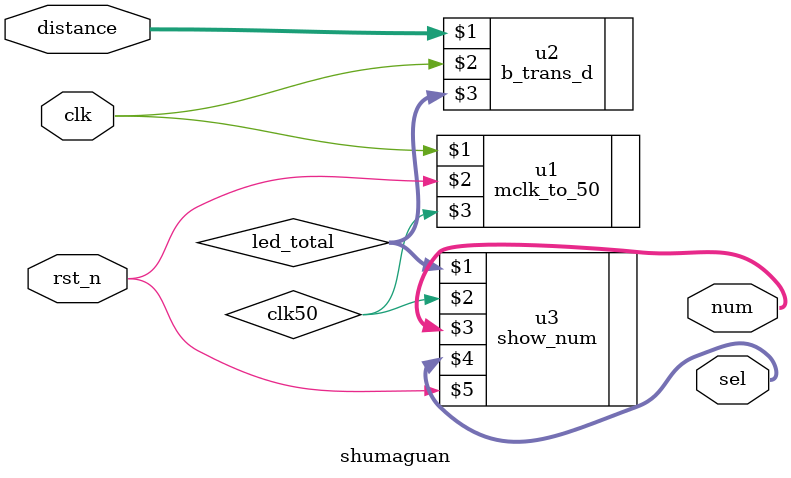
<source format=v>
module shumaguan(clk,distance,num,sel,rst_n);
input clk,rst_n;
input[13:0]distance;
output [6:0]num;
output [3:0]sel;
wire[27:0]led_total;
wire clk50;

mclk_to_50 u1(clk,rst_n,clk50);
b_trans_d u2(distance,clk,led_total);
show_num u3(led_total,clk50,num,sel,rst_n);
endmodule

</source>
